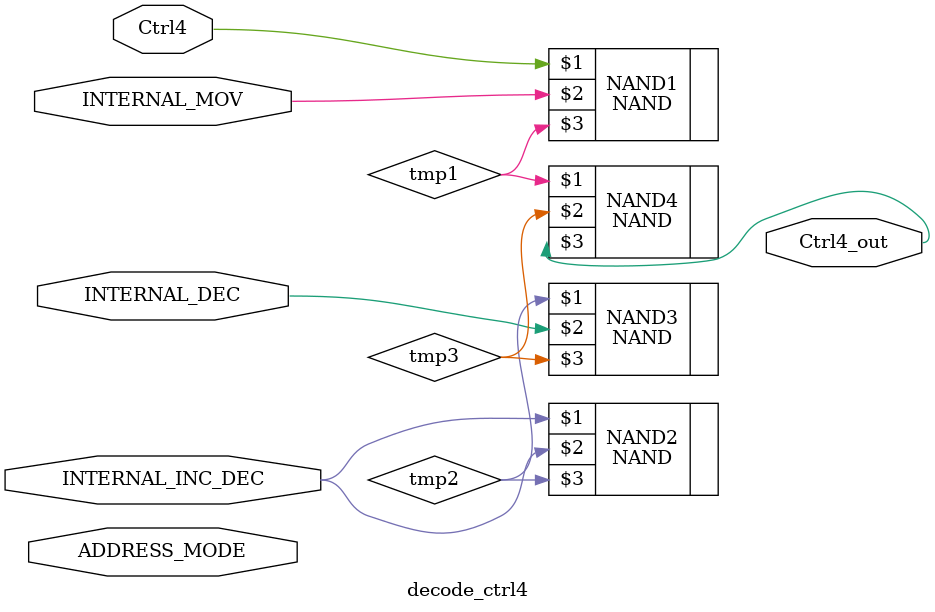
<source format=v>
module decode_ctrl4(Ctrl4,INTERNAL_MOV,ADDRESS_MODE,INTERNAL_INC_DEC,INTERNAL_DEC,Ctrl4_out);
    input Ctrl4,INTERNAL_MOV,ADDRESS_MODE,INTERNAL_INC_DEC,INTERNAL_DEC;
    output Ctrl4_out;
    wire tmp1,tmp2,tmp3;
    NAND NAND1(Ctrl4,INTERNAL_MOV,tmp1);
    
    NAND NAND2(INTERNAL_INC_DEC,INTERNAL_INC_DEC,tmp2);
    NAND NAND3(tmp2,INTERNAL_DEC,tmp3);

    NAND NAND4(tmp1,tmp3,Ctrl4_out);
endmodule
</source>
